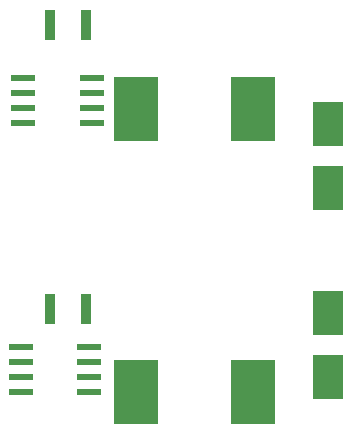
<source format=gtp>
G04*
G04 #@! TF.GenerationSoftware,Altium Limited,Altium Designer,24.1.2 (44)*
G04*
G04 Layer_Color=8421504*
%FSLAX44Y44*%
%MOMM*%
G71*
G04*
G04 #@! TF.SameCoordinates,4217E398-C2CF-4D03-8A17-56E4B4A10716*
G04*
G04*
G04 #@! TF.FilePolarity,Positive*
G04*
G01*
G75*
%ADD12R,2.1000X0.6000*%
%ADD13R,2.5500X3.7500*%
%ADD14R,3.8500X5.5000*%
%ADD15R,0.9000X2.5000*%
D12*
X126000Y168050D02*
D03*
Y155350D02*
D03*
Y142650D02*
D03*
Y129950D02*
D03*
X184000Y168050D02*
D03*
Y155350D02*
D03*
Y142650D02*
D03*
Y129950D02*
D03*
X186000Y357950D02*
D03*
Y370650D02*
D03*
Y383350D02*
D03*
Y396050D02*
D03*
X128000Y357950D02*
D03*
Y370650D02*
D03*
Y383350D02*
D03*
Y396050D02*
D03*
D13*
X386000Y357000D02*
D03*
Y303000D02*
D03*
Y143000D02*
D03*
Y197000D02*
D03*
D14*
X223250Y130000D02*
D03*
X322750D02*
D03*
X223250Y370000D02*
D03*
X322750D02*
D03*
D15*
X150500Y441000D02*
D03*
X181500D02*
D03*
X150500Y200000D02*
D03*
X181500D02*
D03*
M02*

</source>
